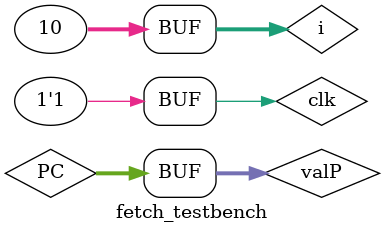
<source format=v>
module fetch_testbench;

reg clk;
reg [63:0] PC;

wire [3:0] icode, ifun,rA, rB;
wire [63:0] valC, valP;
wire instr_valid, imem_error;
wire [79:0] instruction;

fetch DUT(clk,PC,icode,ifun,rA,rB,valC,valP,instr_valid,imem_error, instruction);

integer i;

initial begin
    $dumpfile("fetch.vcd");
    $dumpvars(0,fetch_testbench);
    $monitor($time," clk=%d, PC=%d, icode=%b, ifun=%b, rA=%b, rB=%b, valC=%d, valP=%d, instr_valid=%b, imem_error=%b instr = %d ",clk,PC,icode,ifun,rA,rB,valC,valP,instr_valid,imem_error, instruction);

    clk = 0;
    PC = 64'h0;
    
    for (i = 1 ; i < 10;i = i + 1)
    begin
        #5;
        if (i%2 == 0)
        begin
            clk = ~clk;

            PC = valP;
        end
        else begin
            clk = ~clk;
        end
    end

end
endmodule

</source>
